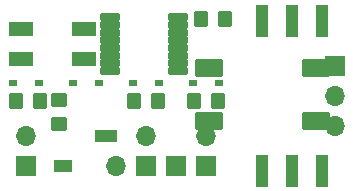
<source format=gbr>
%TF.GenerationSoftware,KiCad,Pcbnew,7.0.9*%
%TF.CreationDate,2024-03-13T02:47:39-05:00*%
%TF.ProjectId,SWITCHES,53574954-4348-4455-932e-6b696361645f,rev?*%
%TF.SameCoordinates,Original*%
%TF.FileFunction,Soldermask,Top*%
%TF.FilePolarity,Negative*%
%FSLAX46Y46*%
G04 Gerber Fmt 4.6, Leading zero omitted, Abs format (unit mm)*
G04 Created by KiCad (PCBNEW 7.0.9) date 2024-03-13 02:47:39*
%MOMM*%
%LPD*%
G01*
G04 APERTURE LIST*
G04 Aperture macros list*
%AMRoundRect*
0 Rectangle with rounded corners*
0 $1 Rounding radius*
0 $2 $3 $4 $5 $6 $7 $8 $9 X,Y pos of 4 corners*
0 Add a 4 corners polygon primitive as box body*
4,1,4,$2,$3,$4,$5,$6,$7,$8,$9,$2,$3,0*
0 Add four circle primitives for the rounded corners*
1,1,$1+$1,$2,$3*
1,1,$1+$1,$4,$5*
1,1,$1+$1,$6,$7*
1,1,$1+$1,$8,$9*
0 Add four rect primitives between the rounded corners*
20,1,$1+$1,$2,$3,$4,$5,0*
20,1,$1+$1,$4,$5,$6,$7,0*
20,1,$1+$1,$6,$7,$8,$9,0*
20,1,$1+$1,$8,$9,$2,$3,0*%
G04 Aperture macros list end*
%ADD10RoundRect,0.102000X1.050000X0.700000X-1.050000X0.700000X-1.050000X-0.700000X1.050000X-0.700000X0*%
%ADD11R,0.660400X0.609600*%
%ADD12RoundRect,0.250000X-0.350000X-0.450000X0.350000X-0.450000X0.350000X0.450000X-0.350000X0.450000X0*%
%ADD13R,1.000000X2.700000*%
%ADD14R,1.700000X1.700000*%
%ADD15O,1.700000X1.700000*%
%ADD16R,1.900000X1.000000*%
%ADD17R,1.500000X1.000000*%
%ADD18RoundRect,0.102000X0.937500X0.525000X-0.937500X0.525000X-0.937500X-0.525000X0.937500X-0.525000X0*%
%ADD19RoundRect,0.102000X-0.937500X-0.525000X0.937500X-0.525000X0.937500X0.525000X-0.937500X0.525000X0*%
%ADD20RoundRect,0.122500X-0.764500X-0.184500X0.764500X-0.184500X0.764500X0.184500X-0.764500X0.184500X0*%
%ADD21RoundRect,0.250000X0.450000X-0.350000X0.450000X0.350000X-0.450000X0.350000X-0.450000X-0.350000X0*%
G04 APERTURE END LIST*
D10*
%TO.C,S2*%
X166550000Y-89650000D03*
X157450000Y-89650000D03*
X166550000Y-85150000D03*
X157450000Y-85150000D03*
%TD*%
D11*
%TO.C,LED6*%
X151080500Y-86400000D03*
X153239500Y-86400000D03*
%TD*%
D12*
%TO.C,R1*%
X156800000Y-81000000D03*
X158800000Y-81000000D03*
%TD*%
D13*
%TO.C,S1*%
X167040000Y-81150000D03*
X161960000Y-93850000D03*
X161960000Y-81150000D03*
X167040000Y-93850000D03*
X164500000Y-81150000D03*
X164500000Y-93850000D03*
%TD*%
D14*
%TO.C,J8*%
X154660000Y-93500000D03*
D15*
X149580000Y-93500000D03*
%TD*%
D14*
%TO.C,J7*%
X142000000Y-93500000D03*
D15*
X142000000Y-90960000D03*
%TD*%
D16*
%TO.C,J6*%
X148730000Y-90960000D03*
D17*
X145080000Y-93500000D03*
%TD*%
D11*
%TO.C,LED5*%
X158319500Y-86400000D03*
X156160500Y-86400000D03*
%TD*%
%TO.C,LED7*%
X146000500Y-86400000D03*
X148159500Y-86400000D03*
%TD*%
%TO.C,LED8*%
X140920500Y-86400000D03*
X143079500Y-86400000D03*
%TD*%
D18*
%TO.C,D1*%
X146862500Y-84400000D03*
D19*
X141537500Y-84400000D03*
D18*
X146862500Y-81900000D03*
D19*
X141537500Y-81900000D03*
%TD*%
D20*
%TO.C,U1*%
X149130000Y-80875000D03*
X149130000Y-81525000D03*
X149130000Y-82175000D03*
X149130000Y-82825000D03*
X149130000Y-83475000D03*
X149130000Y-84125000D03*
X149130000Y-84775000D03*
X149130000Y-85425000D03*
X154870000Y-85425000D03*
X154870000Y-84775000D03*
X154870000Y-84125000D03*
X154870000Y-83475000D03*
X154870000Y-82825000D03*
X154870000Y-82175000D03*
X154870000Y-81525000D03*
X154870000Y-80875000D03*
%TD*%
D14*
%TO.C,J1*%
X168150000Y-85000000D03*
D15*
X168150000Y-87540000D03*
X168150000Y-90080000D03*
%TD*%
D14*
%TO.C,J2*%
X157240000Y-93500000D03*
D15*
X157240000Y-90960000D03*
%TD*%
D14*
%TO.C,J3*%
X152160000Y-93500000D03*
D15*
X152160000Y-90960000D03*
%TD*%
D12*
%TO.C,R5*%
X156240000Y-88000000D03*
X158240000Y-88000000D03*
%TD*%
%TO.C,R6*%
X151160000Y-88000000D03*
X153160000Y-88000000D03*
%TD*%
D21*
%TO.C,R7*%
X144800000Y-89900000D03*
X144800000Y-87900000D03*
%TD*%
D12*
%TO.C,R8*%
X141150000Y-88000000D03*
X143150000Y-88000000D03*
%TD*%
M02*

</source>
